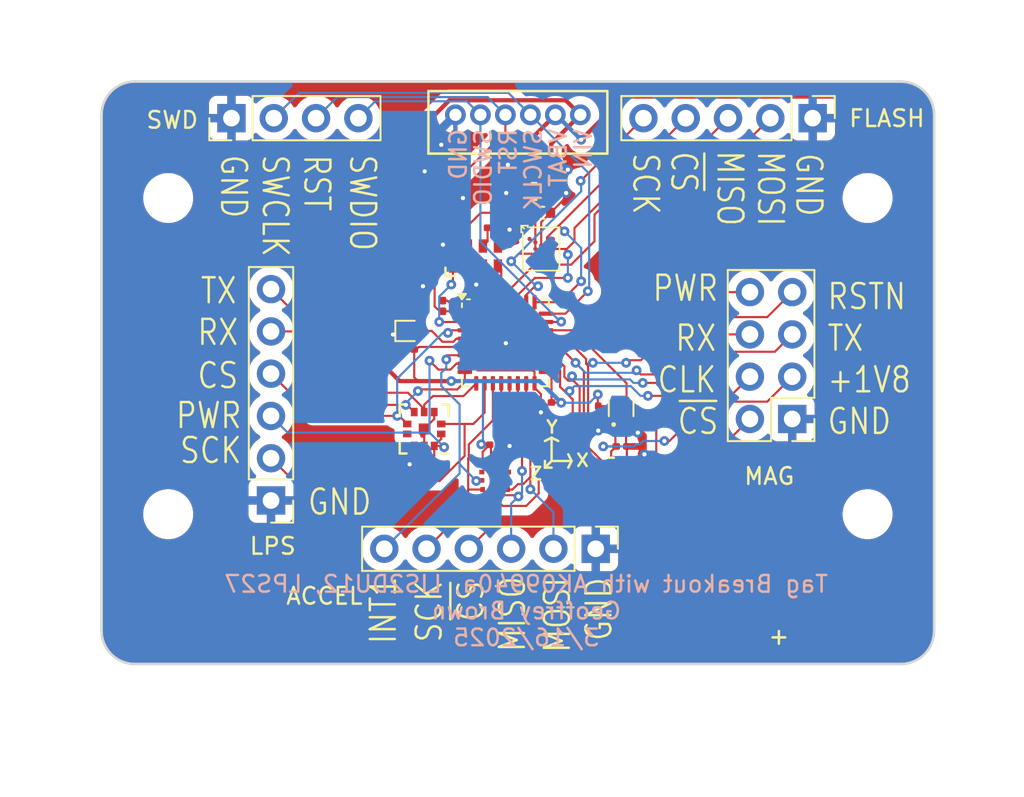
<source format=kicad_pcb>
(kicad_pcb (version 20240108) (generator "pcbnew") (generator_version "8.0")
  (layers (0 "F.Cu" signal) (31 "B.Cu" signal) (34 "B.Paste" user) (35 "F.Paste" user) (36 "B.SilkS" user "B.Silkscreen") (37 "F.SilkS" user "F.Silkscreen") (38 "B.Mask" user) (39 "F.Mask" user) (44 "Edge.Cuts" user))
  (net 0 "")
  (net 1 "GND")
  (net 2 "+2V5")
  (net 3 "SWDIO")
  (net 4 "SWCLK")
  (net 5 "Net-(Q501-C)")
  (net 6 "/VBAT")
  (net 7 "/clkout")
  (net 8 "/RST")
  (net 9 "Net-(U501-VBACK)")
  (net 10 "/AT25_MISO")
  (net 11 "/AT25_nCS")
  (net 12 "/AT25_MOSI")
  (net 13 "/AT25_SCK")
  (net 19 "/LPS_PWR")
  (net 21 "+1V8")
  (net 22 "/RTC_SDA")
  (net 23 "/RTC_SCL")
  (net 26 "/LIS_MOSI")
  (net 27 "/LIS_MISO")
  (net 28 "/LIS_CS")
  (net 29 "/LIS_SCK")
  (net 30 "/LIS_INT1")
  (net 31 "/LPS_SCK")
  (net 32 "/LPS_RX")
  (net 33 "/LPS_TX")
  (net 34 "/AK_USART1_CK")
  (net 35 "/LPS_CS")
  (net 36 "/AK_USART1_RX")
  (net 37 "/AK_USART1_TX")
  (net 38 "/AK_PWR")
  (net 39 "/AK_CS")
  (net 41 "/AK_RSTN")
  (footprint "library:MS621" (layer "F.Cu") (at 138.6 118.1 -90)
    (property "Reference" "J401" (hide yes))
    (property "Value" "CONN_01X02" (hide yes))
  )
  (footprint "Capacitor_SMD:C_0402_1005Metric" (layer "F.Cu") (at 126.48 92.885)
    (property "Reference" "C404" (hide yes))
    (property "Value" "22uf")
  )
  (footprint "library:RV-8803-C7" (layer "F.Cu") (at 122.45 95.485 90)
    (property "Reference" "U501" (hide yes))
    (property "Value" "RV-3028-C7" (hide yes))
  )
  (footprint "Resistor_SMD:R_0201_0603Metric" (layer "F.Cu") (at 123.5 93.785)
    (property "Reference" "R1" (hide yes))
    (property "Value" "10k")
  )
  (footprint "Capacitor_SMD:C_0201_0603Metric" (layer "F.Cu") (at 118.455 101.1 180)
    (property "Reference" "C501" (hide yes))
    (property "Value" "0.1uf")
  )
  (footprint "Capacitor_SMD:C_0201_0603Metric" (layer "F.Cu") (at 121.555 93.785 180)
    (property "Reference" "C503" (hide yes))
    (property "Value" "0.1uf")
  )
  (footprint "Diode_SMD:D_0402_1005Metric" (layer "F.Cu") (at 126.515 90.2 180)
    (property "Reference" "D401" (hide yes))
    (property "Value" "D")
  )
  (footprint "library:adesto_wlcsp12" (layer "F.Cu") (at 126.4 95.06)
    (property "Reference" "U1" (hide yes))
    (property "Value" "at25xe321D-UUN" (hide yes))
  )
  (footprint "Capacitor_SMD:C_0201_0603Metric" (layer "F.Cu") (at 119.2 98.485 90)
    (property "Reference" "C502" (hide yes))
    (property "Value" "0.1uf")
  )
  (footprint "Package_DFN_QFN:QFN-32-1EP_5x5mm_P0.5mm_EP3.45x3.45mm" (layer "F.Cu") (at 124.25 100.6975)
    (property "Reference" "U302" (hide yes))
    (property "Value" "stm32l431kc")
  )
  (footprint "Package_TO_SOT_SMD:SOT-883" (layer "F.Cu") (at 118.45 99.985)
    (property "Reference" "Q501" (hide yes))
    (property "Value" "Q_NPN_BEC")
  )
  (footprint "Capacitor_SMD:C_0201_0603Metric" (layer "F.Cu") (at 126.7 104.285 180)
    (property "Reference" "C2" (hide yes))
    (property "Value" "0.1uf")
  )
  (footprint "Capacitor_SMD:C_0201_0603Metric" (layer "F.Cu") (at 120.5 98.485 90)
    (property "Reference" "C101" (hide yes))
    (property "Value" "1uf")
  )
  (footprint "Connector_PinHeader_2.54mm:PinHeader_1x06_P2.54mm_Vertical" (layer "F.Cu") (at 129.675 113.075 -90)
    (property "Reference" "J4" (hide yes))
    (property "Value" "Conn_01x06")
  )
  (footprint "library:CONN_B6B-ZR_JST" (layer "F.Cu") (at 121.25 87)
    (property "Reference" "J1" (hide yes))
    (property "Value" "Conn_01x06")
  )
  (footprint "Capacitor_SMD:C_0201_0603Metric" (layer "F.Cu") (at 129.825 104.825 -90)
    (property "Reference" "C8" (hide yes))
    (property "Value" "1uf")
  )
  (footprint "MountingHole:MountingHole_2.5mm" (layer "F.Cu") (at 104 111)
    (property "Reference" "H2" (hide yes))
    (property "Value" "MountingHole")
  )
  (footprint "Capacitor_SMD:C_0201_0603Metric" (layer "F.Cu") (at 131.225 106.925)
    (property "Reference" "C5" (hide yes))
    (property "Value" "0.1uf")
  )
  (footprint "Connector_PinHeader_2.54mm:PinHeader_1x04_P2.54mm_Vertical" (layer "F.Cu") (at 107.8 87.2 90)
    (property "Reference" "J3" (hide yes))
    (property "Value" "Conn_01x04")
  )
  (footprint "Capacitor_SMD:C_0201_0603Metric" (layer "F.Cu") (at 131.175 106.075)
    (property "Reference" "C9" (hide yes))
    (property "Value" "1uf")
  )
  (footprint "MountingHole:MountingHole_2.5mm" (layer "F.Cu") (at 146 92)
    (property "Reference" "H3" (hide yes))
    (property "Value" "MountingHole")
  )
  (footprint "MountingHole:MountingHole_2.5mm" (layer "F.Cu") (at 104 92)
    (property "Reference" "H1" (hide yes))
    (property "Value" "MountingHole")
  )
  (footprint "MountingHole:MountingHole_2.5mm" (layer "F.Cu") (at 146 111)
    (property "Reference" "H4" (hide yes))
    (property "Value" "MountingHole")
  )
  (footprint "Capacitor_SMD:C_0201_0603Metric" (layer "F.Cu") (at 119.575 108.025 180)
    (property "Reference" "C6" (hide yes))
    (property "Value" "0.1uf")
  )
  (footprint "library:LPS27HHWTR" (layer "F.Cu") (at 119.3764 105.8764 180)
    (property "Reference" "U3" (hide yes))
    (property "Value" "LPS27HHWTR" (hide yes))
  )
  (footprint "Connector_PinHeader_2.54mm:PinHeader_2x04_P2.54mm_Vertical" (layer "F.Cu") (at 141.475 105.275 180)
    (property "Reference" "J6" (hide yes))
    (property "Value" "Conn_02x04_Counter_Clockwise")
  )
  (footprint "Package_SON:Texas_X2SON-4_1x1mm_P0.65mm" (layer "F.Cu") (at 131.2 104.609643 90)
    (property "Reference" "U5" (hide yes))
    (property "Value" "TPS7A2018PDQN")
  )
  (footprint "Capacitor_SMD:C_0603_1608Metric" (layer "F.Cu") (at 125.975 91.6 180)
    (property "Reference" "C4" (hide yes))
    (property "Value" "47uf")
  )
  (footprint "library:LGA-12L_LIS2DU12_STM" (layer "F.Cu") (at 123.6343 108.7157 90)
    (property "Reference" "U2" (hide yes))
    (property "Value" "LIS2DU12TR")
  )
  (footprint "library:AK09940a" (layer "F.Cu") (at 130.8184 108.5684 180)
    (property "Reference" "U4" (hide yes))
    (property "Value" "AK09940A")
  )
  (footprint "Capacitor_SMD:C_0201_0603Metric" (layer "F.Cu") (at 123.625 106.825)
    (property "Reference" "C1" (hide yes))
    (property "Value" "0.1uf")
  )
  (footprint "Connector_PinHeader_2.54mm:PinHeader_1x05_P2.54mm_Vertical" (layer "F.Cu") (at 142.7 87.2 -90)
    (property "Reference" "J2" (hide yes))
    (property "Value" "Conn_01x04")
  )
  (footprint "Capacitor_SMD:C_0201_0603Metric" (layer "F.Cu") (at 132.725 108.475 90)
    (property "Reference" "C7" (hide yes))
    (property "Value" "0.1uf")
  )
  (footprint "Connector_PinHeader_2.54mm:PinHeader_1x06_P2.54mm_Vertical" (layer "F.Cu") (at 110.175 110.175 180)
    (property "Reference" "J5" (hide yes))
    (property "Value" "Conn_01x06")
  )
  (gr_line (start 127.025 106.4) (end 127.425 106.6) (stroke (width 0.15)) (layer "F.SilkS"))
  (gr_line (start 126.625 108.2) (end 127.025 108.2) (stroke (width 0.15)) (layer "F.SilkS"))
  (gr_line (start 126.625 106.6) (end 127.025 106.4) (stroke (width 0.15)) (layer "F.SilkS"))
  (gr_line (start 126.625 108.2) (end 126.625 107.8) (stroke (width 0.15)) (layer "F.SilkS"))
  (gr_line (start 127.025 107.8) (end 128.225 107.8) (stroke (width 0.15)) (layer "F.SilkS"))
  (gr_line (start 127.025 107.8) (end 126.625 108.2) (stroke (width 0.15)) (layer "F.SilkS"))
  (gr_line (start 128.025 107.4) (end 128.225 107.8) (stroke (width 0.15)) (layer "F.SilkS"))
  (gr_line (start 127.025 107.8) (end 127.025 106.4) (stroke (width 0.15)) (layer "F.SilkS"))
  (gr_line (start 128.225 107.8) (end 128.025 108.2) (stroke (width 0.15)) (layer "F.SilkS"))
  (gr_arc (start 102 120) (mid 100.585786 119.414214) (end 100 118) (stroke (width 0.15)) (layer "Edge.Cuts"))
  (gr_line (start 100 118) (end 100 87) (stroke (width 0.15)) (layer "Edge.Cuts"))
  (gr_line (start 148 120) (end 102 120) (stroke (width 0.15)) (layer "Edge.Cuts"))
  (gr_line (start 102 85) (end 148 85) (stroke (width 0.15)) (layer "Edge.Cuts"))
  (gr_arc (start 100 87) (mid 100.585786 85.585786) (end 102 85) (stroke (width 0.15)) (layer "Edge.Cuts"))
  (gr_line (start 150 87) (end 150 118) (stroke (width 0.15)) (layer "Edge.Cuts"))
  (gr_arc (start 148 85) (mid 149.414214 85.585786) (end 150 87) (stroke (width 0.15)) (layer "Edge.Cuts"))
  (gr_arc (start 150 118) (mid 149.414214 119.414214) (end 148 120) (stroke (width 0.15)) (layer "Edge.Cuts"))
  (gr_text "SWDIO" (at 123.5 87.75 90) (layer "B.SilkS") (effects (font (size 1 1)) (justify left bottom mirror)))
  (gr_text "VIN" (at 129.5 87.75 90) (layer "B.SilkS") (effects (font (size 1 1)) (justify left bottom mirror)))
  (gr_text "SWCLK" (at 126.5 87.75 90) (layer "B.SilkS") (effects (font (size 1 1)) (justify left bottom mirror)))
  (gr_text "VBAT" (at 128 87.75 90) (layer "B.SilkS") (effects (font (size 1 1)) (justify left bottom mirror)))
  (gr_text "GND" (at 122 87.75 90) (layer "B.SilkS") (effects (font (size 1 1)) (justify left bottom mirror)))
  (gr_text "Tag Breakout with AK09940a, LIS2DU12, LPS27\nGeoffrey Brown\n3/16/2025" (at 125.5 119 0) (layer "B.SilkS") (effects (font (size 1 1)) (justify bottom mirror)))
  (gr_text "RST" (at 125 87.75 90) (layer "B.SilkS") (effects (font (size 1 1)) (justify left bottom mirror)))
  (gr_text "SWDIO" (at 114.8 89.3 270) (layer "F.SilkS") (effects (font (size 1.5 1.25)) (justify left bottom)))
  (gr_text "TX" (at 108.2 98.45 0) (layer "F.SilkS") (effects (font (size 1.5 1.25)) (justify right bottom)))
  (gr_text "RX" (at 137 101.3 0) (layer "F.SilkS") (effects (font (size 1.5 1.25)) (justify right bottom)))
  (gr_text "GND" (at 141.6 89.2 270) (layer "F.SilkS") (effects (font (size 1.5 1.25)) (justify left bottom)))
  (gr_text "X" (at 128.425 108.2 0) (layer "F.SilkS") (effects (font (size 0.75 0.75)) (justify left bottom)))
  (gr_text "PWR" (at 133 98.3 0) (layer "F.SilkS") (effects (font (size 1.5 1.25)) (justify left bottom)))
  (gr_text "SCK" (at 120.55 114.9 90) (layer "F.SilkS") (effects (font (size 1.5 1.25)) (justify right bottom)))
  (gr_text "MOSI" (at 139.2936 89.0778 270) (layer "F.SilkS") (effects (font (size 1.5 1.25)) (justify left bottom)))
  (gr_text "SCK" (at 108.5 108.05 0) (layer "F.SilkS") (effects (font (size 1.5 1.25)) (justify right bottom)))
  (gr_text "RX" (at 108.3 100.95 0) (layer "F.SilkS") (effects (font (size 1.5 1.25)) (justify right bottom)))
  (gr_text "CS" (at 108.3 103.55 0) (layer "F.SilkS") (effects (font (size 1.5 1.25)) (justify right bottom)))
  (gr_text "MAG" (at 138.5 109.3 0) (layer "F.SilkS") (effects (font (size 1 1)) (justify left bottom)))
  (gr_text "CLK" (at 137 103.8 0) (layer "F.SilkS") (effects (font (size 1.5 1.25)) (justify right bottom)))
  (gr_text "SCK" (at 131.8 89.2 270) (layer "F.SilkS") (effects (font (size 1.5 1.25)) (justify left bottom)))
  (gr_text "~{CS}" (at 134.0866 89.1032 270) (layer "F.SilkS") (effects (font (size 1.5 1.25)) (justify left bottom)))
  (gr_text "~{CS}" (at 123.05 114.9 90) (layer "F.SilkS") (effects (font (size 1.5 1.25)) (justify right bottom)))
  (gr_text "Y" (at 126.625 106.2 0) (layer "F.SilkS") (effects (font (size 0.75 0.75)) (justify left bottom)))
  (gr_text "MISO" (at 125.55 114.65 90) (layer "F.SilkS") (effects (font (size 1.5 1.25)) (justify right bottom)))
  (gr_text "+1V8" (at 143.5 103.8 0) (layer "F.SilkS") (effects (font (size 1.5 1.25)) (justify left bottom)))
  (gr_text "GND" (at 143.5 106.3 0) (layer "F.SilkS") (effects (font (size 1.5 1.25)) (justify left bottom)))
  (gr_text "GND" (at 107.05 89.3 -90) (layer "F.SilkS") (effects (font (size 1.5 1.25)) (justify left bottom)))
  (gr_text "SWD" (at 102.6 87.9 0) (layer "F.SilkS") (effects (font (size 1 1)) (justify left bottom)))
  (gr_text "MOSI" (at 128.25 114.7 90) (layer "F.SilkS") (effects (font (size 1.5 1.25)) (justify right bottom)))
  (gr_text "TX" (at 143.5 101.3 0) (layer "F.SilkS") (effects (font (size 1.5 1.25)) (justify left bottom)))
  (gr_text "MISO" (at 136.8552 89.0524 270) (layer "F.SilkS") (effects (font (size 1.5 1.25)) (justify left bottom)))
  (gr_text "FLASH" (at 144.8 87.8 0) (layer "F.SilkS") (effects (font (size 1 1)) (justify left bottom)))
  (gr_text "Z" (at 125.625 109 0) (layer "F.SilkS") (effects (font (size 0.75 0.75)) (justify left bottom)))
  (gr_text "SWCLK" (at 109.55 89.3 270) (layer "F.SilkS") (effects (font (size 1.5 1.25)) (justify left bottom)))
  (gr_text "GND" (at 116.3 111.15 0) (layer "F.SilkS") (effects (font (size 1.5 1.25)) (justify right bottom)))
  (gr_text "GND" (at 130.75 114.7 90) (layer "F.SilkS") (effects (font (size 1.5 1.25)) (justify right bottom)))
  (gr_text "PWR" (at 108.5 105.95 0) (layer "F.SilkS") (effects (font (size 1.5 1.25)) (justify right bottom)))
  (gr_text "ACCEL" (at 111 116.5 0) (layer "F.SilkS") (effects (font (size 1 1)) (justify left bottom)))
  (gr_text "RST" (at 112.05 89.3 270) (layer "F.SilkS") (effects (font (size 1.5 1.25)) (justify left bottom)))
  (gr_text "RSTN" (at 143.5 98.8 0) (layer "F.SilkS") (effects (font (size 1.5 1.25)) (justify left bottom)))
  (gr_text "LPS" (at 108.8 113.5 0) (layer "F.SilkS") (effects (font (size 1 1)) (justify left bottom)))
  (gr_text "INT1" (at 117.8 114.65 90) (layer "F.SilkS") (effects (font (size 1.5 1.25)) (justify right bottom)))
  (gr_text "~{CS}" (at 134.5 106.3 0) (layer "F.SilkS") (effects (font (size 1.5 1.25)) (justify left bottom)))
  (segment (start 118.135 100.835) (end 117.5 100.2) (width 0.127) (layer "F.Cu") (net 1))
  (segment (start 122.5 98.26) (end 123 98.26) (width 0.127) (layer "F.Cu") (net 1))
  (segment (start 123 101.4) (end 123.2 101.4) (width 0.127) (layer "F.Cu") (net 1))
  (segment (start 132.175 106.075) (end 132.2 106.1) (width 0.127) (layer "F.Cu") (net 1))
  (segment (start 126.4 94.86) (end 126.4 93.445) (width 0.127) (layer "F.Cu") (net 1))
  (segment (start 118.525 108.025) (end 118.5 108) (width 0.127) (layer "F.Cu") (net 1))
  (segment (start 131.4184 108.3684) (end 132.5116 108.3684) (width 0.127) (layer "F.Cu") (net 1))
  (segment (start 126.4 93.445) (end 126.96 92.885) (width 0.127) (layer "F.Cu") (net 1))
  (segment (start 131.525 106.045) (end 131.495 106.075) (width 0.127) (layer "F.Cu") (net 1))
  (segment (start 121.235 94.75) (end 121.1 94.885) (width 0.127) (layer "F.Cu") (net 1))
  (segment (start 119.3764 105.8764) (end 119.3764 106.8924) (width 0.127) (layer "F.Cu") (net 1))
  (segment (start 124.384301 107.9156) (end 123.8843 107.9156) (width 0.127) (layer "F.Cu") (net 1))
  (segment (start 131.525 105.039643) (end 131.525 106.045) (width 0.127) (layer "F.Cu") (net 1))
  (segment (start 131.545 107.8418) (end 131.4184 107.9684) (width 0.127) (layer "F.Cu") (net 1))
  (segment (start 132.5116 108.3684) (end 132.725 108.155) (width 0.127) (layer "F.Cu") (net 1))
  (segment (start 126.38 104.285) (end 126.38 104.88) (width 0.127) (layer "F.Cu") (net 1))
  (segment (start 126 102.4475) (end 125.22625 101.67375) (width 0.127) (layer "F.Cu") (net 1))
  (segment (start 126.96 92.885) (end 127.9 91.945) (width 0.127) (layer "F.Cu") (net 1))
  (segment (start 124.25 100.6975) (end 123.7025 100.6975) (width 0.127) (layer "F.Cu") (net 1))
  (segment (start 132.5384 107.9684) (end 132.725 108.155) (width 0.127) (layer "F.Cu") (net 1))
  (segment (start 122.5 98.26) (end 122.5 97.2) (width 0.127) (layer "F.Cu") (net 1))
  (segment (start 126 103.135) (end 126 103.4) (width 0.127) (layer "F.Cu") (net 1))
  (segment (start 118.776401 107.546401) (end 119.255 108.025) (width 0.127) (layer "F.Cu") (net 1))
  (segment (start 131.2 104.609643) (end 131.2 104.714643) (width 0.127) (layer "F.Cu") (net 1))
  (segment (start 123.945 106.825) (end 124.425 106.825) (width 0.127) (layer "F.Cu") (net 1))
  (segment (start 119.2 98.165) (end 119.2 97.4) (width 0.127) (layer "F.Cu") (net 1))
  (segment (start 129.825 105.145) (end 129.825 105.975) (width 0.127) (layer "F.Cu") (net 1))
  (segment (start 123.2 101.4) (end 123.87625 100.72375) (width 0.127) (layer "F.Cu") (net 1))
  (segment (start 131.2 104.714643) (end 131.525 105.039643) (width 0.127) (layer "F.Cu") (net 1))
  (segment (start 129.8 106) (end 129.825 105.975) (width 0.127) (layer "F.Cu") (net 1))
  (segment (start 120.86 98.26) (end 122.5 98.26) (width 0.127) (layer "F.Cu") (net 1))
  (segment (start 126 103.4) (end 126.38 103.78) (width 0.127) (layer "F.Cu") (net 1))
  (segment (start 123.82 94.865) (end 123.8 94.885) (width 0.127) (layer "F.Cu") (net 1))
  (segment (start 127.9 91.945) (end 127.9 91.7) (width 0.127) (layer "F.Cu") (net 1))
  (segment (start 121.25 87.95) (end 120.4 88.8) (width 0.254) (layer "F.Cu") (net 1))
  (segment (start 121.1 94.885) (end 120.585 94.885) (width 0.127) (layer "F.Cu") (net 1))
  (segment (start 123 99.4475) (end 123 98.26) (width 0.127) (layer "F.Cu") (net 1))
  (segment (start 119.2 97.4) (end 119.3 97.3) (width 0.127) (layer "F.Cu") (net 1))
  (segment (start 119.976399 104.8604) (end 119.976399 105.276401) (width 0.127) (layer "F.Cu") (net 1))
  (segment (start 131.545 106.925) (end 131.545 107.8418) (width 0.127) (layer "F.Cu") (net 1))
  (segment (start 118.776401 106.8924) (end 119.3764 106.8924) (width 0.127) (layer "F.Cu") (net 1))
  (segment (start 126 103.135) (end 126 102.4475) (width 0.127) (layer "F.Cu") (net 1))
  (segment (start 125.22625 101.67375) (end 124.27625 100.72375) (width 0.127) (layer "F.Cu") (net 1))
  (segment (start 131.495 106.075) (end 132.175 106.075) (width 0.127) (layer "F.Cu") (net 1))
  (segment (start 120.585 94.885) (end 120.5 94.8) (width 0.127) (layer "F.Cu") (net 1))
  (segment (start 131.4184 107.9684) (end 132.5384 107.9684) (width 0.127) (layer "F.Cu") (net 1))
  (segment (start 132.725 107.525) (end 132.6 107.4) (width 0.127) (layer "F.Cu") (net 1))
  (segment (start 124.384301 108.415601) (end 124.4344 108.4657) (width 0.127) (layer "F.Cu") (net 1))
  (segment (start 131.545 106.925) (end 132.125 106.925) (width 0.127) (layer "F.Cu") (net 1))
  (segment (start 125.5 99.7) (end 125.2475 99.7) (width 0.127) (layer "F.Cu") (net 1))
  (segment (start 119.255 108.025) (end 118.525 108.025) (width 0.127) (layer "F.Cu") (net 1))
  (segment (start 121.25 87) (end 121.25 87.95) (width 0.254) (layer "F.Cu") (net 1))
  (segment (start 119.976399 105.276401) (end 119.3764 105.8764) (width 0.127) (layer "F.Cu") (net 1))
  (segment (start 118.135 101.1) (end 118.135 100.835) (width 0.127) (layer "F.Cu") (net 1))
  (segment (start 120.5 98.165) (end 120.765 98.165) (width 0.127) (layer "F.Cu") (net 1))
  (segment (start 124.25 100.6975) (end 123 99.4475) (width 0.127) (layer "F.Cu") (net 1))
  (segment (start 124.25 100.6975) (end 125.22625 101.67375) (width 0.127) (layer "F.Cu") (net 1))
  (segment (start 123.82 93.785) (end 124.385 93.785) (width 0.127) (layer "F.Cu") (net 1))
  (segment (start 126.38 103.78) (end 126.38 104.285) (width 0.127) (layer "F.Cu") (net 1))
  (segment (start 123.945 107.8549) (end 123.8843 107.9156) (width 0.127) (layer "F.Cu") (net 1))
  (segment (start 123.945 106.825) (end 123.945 107.8549) (width 0.127) (layer "F.Cu") (net 1))
  (segment (start 123.82 93.785) (end 123.82 94.865) (width 0.127) (layer "F.Cu") (net 1))
  (segment (start 124.385 93.785) (end 124.5 93.9) (width 0.127) (layer "F.Cu") (net 1))
  (segment (start 118.776401 106.8924) (end 118.776401 107.546401) (width 0.127) (layer "F.Cu") (net 1))
  (segment (start 132.125 106.925) (end 132.6 107.4) (width 0.127) (layer "F.Cu") (net 1))
  (segment (start 131.0184 107.9684) (end 131.4184 107.9684) (width 0.127) (layer "F.Cu") (net 1))
  (segment (start 126.4 104.9) (end 126.38 104.88) (width 0.127) (layer "F.Cu") (net 1))
  (segment (start 131.495 106.075) (end 131.495 106.875) (width 0.127) (layer "F.Cu") (net 1))
  (segment (start 117.51 100.21) (end 117.5 100.2) (width 0.127) (layer "F.Cu") (net 1))
  (segment (start 120.765 98.165) (end 120.86 98.26) (width 0.127) (layer "F.Cu") (net 1))
  (segment (start 124.384301 107.9156) (end 124.384301 108.415601) (width 0.127) (layer "F.Cu") (net 1))
  (segment (start 125.2 91.6) (end 124.4 91.6) (width 0.127) (layer "F.Cu") (net 1))
  (segment (start 123.7025 100.6975) (end 123 101.4) (width 0.127) (layer "F.Cu") (net 1))
  (segment (start 132.725 108.155) (end 132.725 107.525) (width 0.127) (layer "F.Cu") (net 1))
  (segment (start 124.425 106.825) (end 124.5 106.9) (width 0.127) (layer "F.Cu") (net 1))
  (segment (start 131.495 106.875) (end 131.545 106.925) (width 0.127) (layer "F.Cu") (net 1))
  (segment (start 125.2475 99.7) (end 124.25 100.6975) (width 0.127) (layer "F.Cu") (net 1))
  (segment (start 122.5 98.9475) (end 124.25 100.6975) (width 0.127) (layer "F.Cu") (net 1))
  (segment (start 124.4 91.6) (end 124.3 91.7) (width 0.127) (layer "F.Cu") (net 1))
  (segment (start 122.5 98.26) (end 122.5 98.9475) (width 0.127) (layer "F.Cu") (net 1))
  (segment (start 121.235 93.785) (end 121.235 94.75) (width 0.127) (layer "F.Cu") (net 1))
  (segment (start 123.87625 100.72375) (end 124.27625 100.72375) (width 0.127) (layer "F.Cu") (net 1))
  (segment (start 118.1 100.21) (end 117.51 100.21) (width 0.127) (layer "F.Cu") (net 1))
  (via (at 118.5 108) (size 0.5842) (drill 0.254) (layers "F.Cu" "B.Cu") (net 1))
  (via (at 128 90.3) (size 0.5842) (drill 0.254) (layers "F.Cu" "B.Cu") (net 1))
  (via (at 127.9 91.7) (size 0.5842) (drill 0.254) (layers "F.Cu" "B.Cu") (net 1))
  (via (at 124.3 91.7) (size 0.5842) (drill 0.254) (layers "F.Cu" "B.Cu") (net 1))
  (via (at 129.825 105.975) (size 0.5842) (drill 0.254) (layers "F.Cu" "B.Cu") (net 1))
  (via (at 132.2 106.1) (size 0.5842) (drill 0.254) (layers "F.Cu" "B.Cu") (net 1))
  (via (at 124.5 106.9) (size 0.5842) (drill 0.254) (layers "F.Cu" "B.Cu") (net 1))
  (via (at 124.27625 100.72375) (size 0.5842) (drill 0.254) (layers "F.Cu" "B.Cu") (net 1))
  (via (at 117.5 100.2) (size 0.5842) (drill 0.254) (layers "F.Cu" "B.Cu") (net 1))
  (via (at 126.38 104.88) (size 0.5842) (drill 0.254) (layers "F.Cu" "B.Cu") (net 1))
  (via (at 121.7 92) (size 0.5842) (drill 0.254) (layers "F.Cu" "B.Cu") (net 1))
  (via (at 119.3 97.3) (size 0.5842) (drill 0.254) (layers "F.Cu" "B.Cu") (net 1))
  (via (at 120.4 88.8) (size 0.5842) (drill 0.254) (layers "F.Cu" "B.Cu") (net 1))
  (via (at 132.6 107.4) (size 0.5842) (drill 0.254) (layers "F.Cu" "B.Cu") (net 1))
  (via (at 122.5 97.2) (size 0.5842) (drill 0.254) (layers "F.Cu" "B.Cu") (net 1))
  (via (at 124.4 90) (size 0.5842) (drill 0.254) (layers "F.Cu" "B.Cu") (net 1))
  (via (at 120.5 94.8) (size 0.5842) (drill 0.254) (layers "F.Cu" "B.Cu") (net 1))
  (via (at 124.5 93.9) (size 0.5842) (drill 0.254) (layers "F.Cu" "B.Cu") (net 1))
  (via (at 119.4 90.4) (size 0.5842) (drill 0.254) (layers "F.Cu" "B.Cu") (net 1))
  (segment (start 121.25 88.55) (end 121.2 88.6) (width 0.254) (layer "B.Cu") (net 1))
  (segment (start 121.25 88.55) (end 121.25 87) (width 0.254) (layer "B.Cu") (net 1))
  (segment (start 127.8737 86.1237) (end 120.887024 86.1237) (width 0.254) (layer "F.Cu") (net 2))
  (segment (start 122 93.91) (end 121.875 93.785) (width 0.127) (layer "F.Cu") (net 2))
  (segment (start 126.75 92.135) (end 126 92.885) (width 0.254) (layer "F.Cu") (net 2))
  (segment (start 116.76 101.86) (end 117.9 103) (width 0.254) (layer "F.Cu") (net 2))
  (segment (start 129.8 104.48) (end 129.825 104.505) (width 0.127) (layer "F.Cu") (net 2))
  (segment (start 127 91.35) (end 126.75 91.6) (width 0.254) (layer "F.Cu") (net 2))
  (segment (start 121.875 93.585001) (end 121.389999 93.1) (width 0.127) (layer "F.Cu") (net 2))
  (segment (start 120.887024 86.1237) (end 117.5 89.510724) (width 0.254) (layer "F.Cu") (net 2))
  (segment (start 126.05 92.935) (end 126 92.885) (width 0.127) (layer "F.Cu") (net 2))
  (segment (start 126.05 94.66) (end 126.05 92.935) (width 0.127) (layer "F.Cu") (net 2))
  (segment (start 118.775 102.775) (end 119 103) (width 0.127) (layer "F.Cu") (net 2))
  (segment (start 118.9 101.1) (end 119.0525 100.9475) (width 0.127) (layer "F.Cu") (net 2))
  (segment (start 130.549643 104.505) (end 130.875 104.179643) (width 0.127) (layer "F.Cu") (net 2))
  (segment (start 122.884299 107.9156) (end 122.884299 107.245701) (width 0.127) (layer "F.Cu") (net 2))
  (segment (start 126.05 94.66) (end 126.05 95.06) (width 0.127) (layer "F.Cu") (net 2))
  (segment (start 118.775 101.1) (end 118.9 101.1) (width 0.127) (layer "F.Cu") (net 2))
  (segment (start 123.3843 107.9156) (end 123.3843 106.9043) (width 0.127) (layer "F.Cu") (net 2))
  (segment (start 127 90.2) (end 127 91.35) (width 0.254) (layer "F.Cu") (net 2))
  (segment (start 127 90.2) (end 127 88.75) (width 0.254) (layer "F.Cu") (net 2))
  (segment (start 127.02 104.285) (end 127.585 104.285) (width 0.127) (layer "F.Cu") (net 2))
  (segment (start 116.76 98.2) (end 116.76 101.86) (width 0.254) (layer "F.Cu") (net 2))
  (segment (start 119 103) (end 121 103) (width 0.254) (layer "F.Cu") (net 2))
  (segment (start 122.775 92.885) (end 121.875 93.785) (width 0.127) (layer "F.Cu") (net 2))
  (segment (start 126.75 91.6) (end 126.75 92.135) (width 0.254) (layer "F.Cu") (net 2))
  (segment (start 120.5 98.805) (end 121.67 98.805) (width 0.127) (layer "F.Cu") (net 2))
  (segment (start 120.5 93.1) (end 120 93.6) (width 0.127) (layer "F.Cu") (net 2))
  (segment (start 117.5 89.510724) (end 117.5 96.3) (width 0.254) (layer "F.Cu") (net 2))
  (segment (start 127.585 104.285) (end 127.6 104.3) (width 0.127) (layer "F.Cu") (net 2))
  (segment (start 116.76 97.04) (end 116.76 98.2) (width 0.254) (layer "F.Cu") (net 2))
  (segment (start 126.6875 102.4475) (end 127.02 102.78) (width 0.127) (layer "F.Cu") (net 2))
  (segment (start 128.75 87) (end 127.8737 86.1237) (width 0.254) (layer "F.Cu") (net 2))
  (segment (start 118.775 101.1) (end 118.775 102.775) (width 0.127) (layer "F.Cu") (net 2))
  (segment (start 129.825 104.505) (end 130.549643 104.505) (width 0.127) (layer "F.Cu") (net 2))
  (segment (start 126 92.885) (end 122.775 92.885) (width 0.127) (layer "F.Cu") (net 2))
  (segment (start 121.875 93.785) (end 121.875 93.585001) (width 0.127) (layer "F.Cu") (net 2))
  (segment (start 123.305 106.825) (end 122.825 106.825) (width 0.127) (layer "F.Cu") (net 2))
  (segment (start 117.5 96.3) (end 116.76 97.04) (width 0.254) (layer "F.Cu") (net 2))
  (segment (start 119.0525 100.9475) (end 121.8125 100.9475) (width 0.127) (layer "F.Cu") (net 2))
  (segment (start 127.02 102.78) (end 127.02 104.285) (width 0.127) (layer "F.Cu") (net 2))
  (segment (start 121.67 98.805) (end 121.8125 98.9475) (width 0.127) (layer "F.Cu") (net 2))
  (segment (start 121.389999 93.1) (end 120.5 93.1) (width 0.127) (layer "F.Cu") (net 2))
  (segment (start 122 94.885) (end 122 93.91) (width 0.127) (layer "F.Cu") (net 2))
  (segment (start 127 88.75) (end 128.75 87) (width 0.254) (layer "F.Cu") (net 2))
  (segment (start 122.884299 107.245701) (end 123.305 106.825) (width 0.127) (layer "F.Cu") (net 2))
  (segment (start 122.825 106.825) (end 122.8 106.8) (width 0.127) (layer "F.Cu") (net 2))
  (segment (start 120 93.6) (end 120 98.504999) (width 0.127) (layer "F.Cu") (net 2))
  (segment (start 120.300001 98.805) (end 120.5 98.805) (width 0.127) (layer "F.Cu") (net 2))
  (segment (start 120 98.504999) (end 120.300001 98.805) (width 0.127) (layer "F.Cu") (net 2))
  (segment (start 123.3843 106.9043) (end 123.305 106.825) (width 0.127) (layer "F.Cu") (net 2))
  (segment (start 129.8 103.8) (end 129.8 104.48) (width 0.127) (layer "F.Cu") (net 2))
  (segment (start 117.9 103) (end 119 103) (width 0.254) (layer "F.Cu") (net 2))
  (via (at 122.8 106.8) (size 0.5842) (drill 0.254) (layers "F.Cu" "B.Cu") (net 2))
  (via (at 127.6 104.3) (size 0.5842) (drill 0.254) (layers "F.Cu" "B.Cu") (net 2))
  (via (at 129.8 103.8) (size 0.5842) (drill 0.254) (layers "F.Cu" "B.Cu") (net 2))
  (via (at 121 103) (size 0.5842) (drill 0.254) (layers "F.Cu" "B.Cu") (net 2))
  (segment (start 126.3 103) (end 127.6 104.3) (width 0.254) (layer "B.Cu") (net 2))
  (segment (start 121 103) (end 122.9 103) (width 0.254) (layer "B.Cu") (net 2))
  (segment (start 122.9 103) (end 126.3 103) (width 0.254) (layer "B.Cu") (net 2))
  (segment (start 122.9 106.7) (end 122.9 103) (width 0.127) (layer "B.Cu") (net 2))
  (segment (start 122.8 106.8) (end 122.9 106.7) (width 0.127) (layer "B.Cu") (net 2))
  (segment (start 129.3 104.3) (end 129.8 103.8) (width 0.127) (layer "B.Cu") (net 2))
  (segment (start 127.6 104.3) (end 129.3 104.3) (width 0.127) (layer "B.Cu") (net 2))
  (segment (start 126.6875 99.4475) (end 127.5826 99.4475) (width 0.127) (layer "F.Cu") (net 3))
  (segment (start 127.5826 99.4475) (end 127.6 99.4301) (width 0.127) (layer "F.Cu") (net 3))
  (via (at 127.6 99.4301) (size 0.5842) (drill 0.254) (layers "F.Cu" "B.Cu") (net 3))
  (segment (start 122.75 94.6325) (end 127.5175 99.4) (width 0.127) (layer "B.Cu") (net 3))
  (segment (start 122.75 87) (end 121.9372 86.1872) (width 0.127) (layer "B.Cu") (net 3))
  (segment (start 127.6 99.4) (end 127.6 99.4301) (width 0.127) (layer "B.Cu") (net 3))
  (segment (start 127.5175 99.4) (end 127.6 99.4) (width 0.127) (layer "B.Cu") (net 3))
  (segment (start 121.9372 86.1872) (end 116.4328 86.1872) (width 0.127) (layer "B.Cu") (net 3))
  (segment (start 116.4328 86.1872) (end 115.42 87.2) (width 0.127) (layer "B.Cu") (net 3))
  (segment (start 122.75 87) (end 122.75 94.6325) (width 0.127) (layer "B.Cu") (net 3))
  (segment (start 126.6875 98.9475) (end 127.8525 98.9475) (width 0.127) (layer "F.Cu") (net 4))
  (segment (start 127.8525 98.9475) (end 129.2 97.6) (width 0.127) (layer "F.Cu") (net 4))
  (via (at 129.2 97.6) (size 0.5842) (drill 0.254) (layers "F.Cu" "B.Cu") (net 4))
  (segment (start 125.750001 87) (end 124.429201 85.6792) (width 0.127) (layer "B.Cu") (net 4))
  (segment (start 124.429201 85.6792) (end 111.8608 85.6792) (width 0.127) (layer "B.Cu") (net 4))
  (segment (start 129.2826 97.5174) (end 129.2826 90.532599) (width 0.127) (layer "B.Cu") (net 4))
  (segment (start 111.8608 85.6792) (end 110.34 87.2) (width 0.127) (layer "B.Cu") (net 4))
  (segment (start 129.2826 90.532599) (end 125.750001 87) (width 0.127) (layer "B.Cu") (net 4))
  (segment (start 118.8 99.205) (end 118.8 99.985) (width 0.127) (layer "F.Cu") (net 5))
  (segment (start 120.476709 100.6374) (end 121.123291 100.6374) (width 0.127) (layer "F.Cu") (net 5))
  (segment (start 121.313191 100.4475) (end 121.8125 100.4475) (width 0.127) (layer "F.Cu") (net 5))
  (segment (start 119.2 98.805) (end 118.8 99.205) (width 0.127) (layer "F.Cu") (net 5))
  (segment (start 118.8 99.985) (end 119.824309 99.985) (width 0.127) (layer "F.Cu") (net 5))
  (segment (start 121.123291 100.6374) (end 121.313191 100.4475) (width 0.127) (layer "F.Cu") (net 5))
  (segment (start 119.824309 99.985) (end 120.476709 100.6374) (width 0.127) (layer "F.Cu") (net 5))
  (segment (start 149 88.8) (end 146.1 85.9) (width 0.254) (layer "F.Cu") (net 6))
  (segment (start 145.6 117) (end 149 113.6) (width 0.254) (layer "F.Cu") (net 6))
  (segment (start 126.03 88.220001) (end 126.03 90.2) (width 0.254) (layer "F.Cu") (net 6))
  (segment (start 149 113.6) (end 149 88.8) (width 0.254) (layer "F.Cu") (net 6))
  (segment (start 146.1 85.9) (end 131.4 85.9) (width 0.254) (layer "F.Cu") (net 6))
  (segment (start 127.250001 87) (end 126.03 88.220001) (width 0.254) (layer "F.Cu") (net 6))
  (segment (start 131.4 85.9) (end 128.8 88.5) (width 0.254) (layer "F.Cu") (net 6))
  (segment (start 140.55 117) (end 145.6 117) (width 0.254) (layer "F.Cu") (net 6))
  (segment (start 139.45 118.1) (end 140.55 117) (width 0.254) (layer "F.Cu") (net 6))
  (via (at 128.8 88.5) (size 0.5842) (drill 0.254) (layers "F.Cu" "B.Cu") (net 6))
  (segment (start 127.250001 87) (end 127.3 87) (width 0.254) (layer "B.Cu") (net 6))
  (segment (start 127.3 87) (end 128.8 88.5) (width 0.254) (layer "B.Cu") (net 6))
  (segment (start 121.8125 99.4475) (end 120.278249 99.4475) (width 0.127) (layer "F.Cu") (net 7))
  (segment (start 121.1 97.1) (end 121 97.2) (width 0.127) (layer "F.Cu") (net 7))
  (segment (start 120.278249 99.4475) (end 120.277004 99.446255) (width 0.127) (layer "F.Cu") (net 7))
  (segment (start 121.1 96.085) (end 121.1 97.1) (width 0.127) (layer "F.Cu") (net 7))
  (via (at 120.277004 99.446255) (size 0.5842) (drill 0.254) (layers "F.Cu" "B.Cu") (net 7))
  (via (at 121 97.2) (size 0.5842) (drill 0.254) (layers "F.Cu" "B.Cu") (net 7))
  (segment (start 121 97.2) (end 120.277004 97.922996) (width 0.127) (layer "B.Cu") (net 7))
  (segment (start 120.277004 97.922996) (end 120.277004 99.446255) (width 0.127) (layer "B.Cu") (net 7))
  (segment (start 124.249999 87) (end 124.249999 88.023875) (width 0.127) (layer "F.Cu") (net 8))
  (segment (start 124.249999 88.023875) (end 120.273874 92) (width 0.127) (layer "F.Cu") (net 8))
  (segment (start 118.35 99.51) (end 118.1 99.76) (width 0.127) (layer "F.Cu") (net 8))
  (segment (start 119.8 92) (end 118.35 93.45) (width 0.127) (layer "F.Cu") (net 8))
  (segment (start 120.273874 92) (end 119.8 92) (width 0.127) (layer "F.Cu") (net 8))
  (segment (start 118.35 93.45) (end 118.35 99.51) (width 0.127) (layer "F.Cu") (net 8))
  (segment (start 114.1468 85.9332) (end 112.88 87.2) (width 0.127) (layer "B.Cu") (net 8))
  (segment (start 124.249999 87) (end 123.183199 85.9332) (width 0.127) (layer "B.Cu") (net 8))
  (segment (start 123.183199 85.9332) (end 114.1468 85.9332) (width 0.127) (layer "B.Cu") (net 8))
  (segment (start 123.18 93.785) (end 123.18 94.605) (width 0.127) (layer "F.Cu") (net 9))
  (segment (start 123.18 94.605) (end 122.9 94.885) (width 0.127) (layer "F.Cu") (net 9))
  (segment (start 128.4 93.8) (end 128.4 94.6) (width 0.127) (layer "F.Cu") (net 10))
  (segment (start 133.02 91.8) (end 130.4 91.8) (width 0.127) (layer "F.Cu") (net 10))
  (segment (start 125 97.822501) (end 126.022501 96.8) (width 0.127) (layer "F.Cu") (net 10))
  (segment (start 128 95.26) (end 127.8 95.06) (width 0.127) (layer "F.Cu") (net 10))
  (segment (start 137.62 87.2) (end 133.02 91.8) (width 0.127) (layer "F.Cu") (net 10))
  (segment (start 128.4 94.6) (end 127.94 95.06) (width 0.127) (layer "F.Cu") (net 10))
  (segment (start 127.8 95.06) (end 126.75 95.06) (width 0.127) (layer "F.Cu") (net 10))
  (segment (start 130.4 91.8) (end 128.4 93.8) (width 0.127) (layer "F.Cu") (net 10))
  (segment (start 127.94 95.06) (end 127.8 95.06) (width 0.127) (layer "F.Cu") (net 10))
  (segment (start 126.022501 96.8) (end 128 96.8) (width 0.127) (layer "F.Cu") (net 10))
  (segment (start 128 95.4) (end 128 95.26) (width 0.127) (layer "F.Cu") (net 10))
  (segment (start 125 98.26) (end 125 97.822501) (width 0.127) (layer "F.Cu") (net 10))
  (via (at 128 95.4) (size 0.5842) (drill 0.254) (layers "F.Cu" "B.Cu") (net 10))
  (via (at 128 96.8) (size 0.5842) (drill 0.254) (layers "F.Cu" "B.Cu") (net 10))
  (segment (start 128 96.8) (end 128 95.4) (width 0.127) (layer "B.Cu") (net 10))
  (segment (start 126.75 94.363815) (end 127.456907 93.656907) (width 0.127) (layer "F.Cu") (net 11))
  (segment (start 126.75 94.66) (end 126.75 94.363815) (width 0.127) (layer "F.Cu") (net 11))
  (segment (start 127.54 98.26) (end 128.8 97) (width 0.127) (layer "F.Cu") (net 11))
  (segment (start 126 98.26) (end 127.54 98.26) (width 0.127) (layer "F.Cu") (net 11))
  (segment (start 132.113815 89) (end 133.28 89) (width 0.127) (layer "F.Cu") (net 11))
  (segment (start 133.28 89) (end 135.08 87.2) (width 0.127) (layer "F.Cu") (net 11))
  (segment (start 127.8 94) (end 127.456907 93.656907) (width 0.127) (layer "F.Cu") (net 11))
  (segment (start 127.456907 93.656907) (end 132.113815 89) (width 0.127) (layer "F.Cu") (net 11))
  (via (at 127.8 94) (size 0.5842) (drill 0.254) (layers "F.Cu" "B.Cu") (net 11))
  (via (at 128.8 97) (size 0.5842) (drill 0.254) (layers "F.Cu" "B.Cu") (net 11))
  (segment (start 128.8 97) (end 128.8 95) (width 0.127) (layer "B.Cu") (net 11))
  (segment (start 128.8 95) (end 127.8 94) (width 0.127) (layer "B.Cu") (net 11))
  (segment (start 124.5 97.5) (end 126.4 95.6) (width 0.127) (layer "F.Cu") (net 12))
  (segment (start 135.306 92.054) (end 140.16 87.2) (width 0.127) (layer "F.Cu") (net 12))
  (segment (start 130.546 92.054) (end 135.306 92.054) (width 0.127) (layer "F.Cu") (net 12))
  (segment (start 126.8 96) (end 128.2 96) (width 0.127) (layer "F.Cu") (net 12))
  (segment (start 126.4 95.26) (end 126.4 95.6) (width 0.127) (layer "F.Cu") (net 12))
  (segment (start 129.6 94.6) (end 129.6 93) (width 0.127) (layer "F.Cu") (net 12))
  (segment (start 124.5 98.26) (end 124.5 97.5) (width 0.127) (layer "F.Cu") (net 12))
  (segment (start 126.4 95.6) (end 126.8 96) (width 0.127) (layer "F.Cu") (net 12))
  (segment (start 128.2 96) (end 129.6 94.6) (width 0.127) (layer "F.Cu") (net 12))
  (segment (start 129.6 93) (end 130.546 92.054) (width 0.127) (layer "F.Cu") (net 12))
  (segment (start 125.5 98.26) (end 125.5 97.822501) (width 0.127) (layer "F.Cu") (net 13))
  (segment (start 126.122501 97.2) (end 126.2 97.2) (width 0.127) (layer "F.Cu") (net 13))
  (segment (start 125.5 97.822501) (end 126.122501 97.2) (width 0.127) (layer "F.Cu") (net 13))
  (segment (start 126.2 97.2) (end 126.2 97.2826) (width 0.127) (layer "F.Cu") (net 13))
  (segment (start 128.77 90.97) (end 132.54 87.2) (width 0.127) (layer "F.Cu") (net 13))
  (segment (start 124.6 95.8) (end 125.0555 95.3445) (width 0.127) (layer "F.Cu") (net 13))
  (segment (start 125.946185 95.46) (end 126.05 95.46) (width 0.127) (layer "F.Cu") (net 13))
  (segment (start 126.2 97.2826) (end 126.211201 97.293801) (width 0.127) (layer "F.Cu") (net 13))
  (segment (start 125.0555 95.3445) (end 125.830685 95.3445) (width 0.127) (layer "F.Cu") (net 13))
  (segment (start 125.830685 95.3445) (end 125.946185 95.46) (width 0.127) (layer "F.Cu") (net 13))
  (via (at 126.211201 97.293801) (size 0.5842) (drill 0.254) (layers "F.Cu" "B.Cu") (net 13))
  (via (at 128.77 90.97) (size 0.5842) (drill 0.254) (layers "F.Cu" "B.Cu") (net 13))
  (via (at 124.6 95.8) (size 0.5842) (drill 0.254) (layers "F.Cu" "B.Cu") (net 13))
  (segment (start 128.8 91.6) (end 128.8 91) (width 0.127) (layer "B.Cu") (net 13))
  (segment (start 128.8 91) (end 128.77 90.97) (width 0.127) (layer "B.Cu") (net 13))
  (segment (start 126.211201 97.293801) (end 126.093801 97.293801) (width 0.127) (layer "B.Cu") (net 13))
  (segment (start 124.8 96) (end 124.6 95.8) (width 0.127) (layer "B.Cu") (net 13))
  (segment (start 126.093801 97.293801) (end 124.8 96) (width 0.127) (layer "B.Cu") (net 13))
  (segment (start 124.6 95.8) (end 128.8 91.6) (width 0.127) (layer "B.Cu") (net 13))
  (segment (start 120.952091 102.3086) (end 120.227454 102.3086) (width 0.127) (layer "F.Cu") (net 19))
  (segment (start 120.397399 106.4714) (end 119.976399 106.8924) (width 0.127) (layer "F.Cu") (net 19))
  (segment (start 120.4924 106.8924) (end 120.569654 106.969654) (width 0.127) (layer "F.Cu") (net 19))
  (segment (start 119.976399 106.8924) (end 120.4924 106.8924) (width 0.127) (layer "F.Cu") (net 19))
  (segment (start 120.227454 102.3086) (end 119.693226 101.774372) (width 0.127) (layer "F.Cu") (net 19))
  (segment (start 121.8125 101.9475) (end 121.313191 101.9475) (width 0.127) (layer "F.Cu") (net 19))
  (segment (start 120.397399 106.176399) (end 120.397399 106.4714) (width 0.127) (layer "F.Cu") (net 19))
  (segment (start 119.976399 106.8924) (end 119.976399 107.943601) (width 0.127) (layer "F.Cu") (net 19))
  (segment (start 119.976399 107.943601) (end 119.895 108.025) (width 0.127) (layer "F.Cu") (net 19))
  (segment (start 121.313191 101.9475) (end 120.952091 102.3086) (width 0.127) (layer "F.Cu") (net 19))
  (via (at 120.569654 106.969654) (size 0.5842) (drill 0.254) (layers "F.Cu" "B.Cu") (net 19))
  (via (at 119.693226 101.774372) (size 0.5842) (drill 0.254) (layers "F.Cu" "B.Cu") (net 19))
  (segment (start 111.173226 106.093226) (end 119.693226 106.093226) (width 0.127) (layer "B.Cu") (net 19))
  (segment (start 119.693226 101.774372) (end 119.693226 106.093226) (width 0.127) (layer "B.Cu") (net 19))
  (segment (start 110.175 105.095) (end 111.173226 106.093226) (width 0.127) (layer "B.Cu") (net 19))
  (segment (start 119.693226 106.093226) (end 120.569654 106.969654) (width 0.127) (layer "B.Cu") (net 19))
  (segment (start 130.875 106.055) (end 130.855 106.075) (width 0.127) (layer "F.Cu") (net 21))
  (segment (start 134.1 106.6) (end 136.4655 104.2345) (width 0.127) (layer "F.Cu") (net 21))
  (segment (start 130.1 106.9) (end 130.125 106.925) (width 0.127) (layer "F.Cu") (net 21))
  (segment (start 130.6 108.148444) (end 130.6 107.23) (width 0.127) (layer "F.Cu") (net 21))
  (segment (start 130.855 106.075) (end 130.855 106.875) (width 0.127) (layer "F.Cu") (net 21))
  (segment (start 130.875 105.039643) (end 130.875 106.055) (width 0.127) (layer "F.Cu") (net 21))
  (segment (start 139.9755 104.2345) (end 141.475 102.735) (width 0.127) (layer "F.Cu") (net 21))
  (segment (start 136.4655 104.2345) (end 139.9755 104.2345) (width 0.127) (layer "F.Cu") (net 21))
  (segment (start 130.6 107.23) (end 130.905 106.925) (width 0.127) (layer "F.Cu") (net 21))
  (segment (start 130.2184 108.3684) (end 130.380044 108.3684) (width 0.127) (layer "F.Cu") (net 21))
  (segment (start 130.380044 108.3684) (end 130.6 108.148444) (width 0.127) (layer "F.Cu") (net 21))
  (segment (start 133.8 106.6) (end 134.1 106.6) (width 0.127) (layer "F.Cu") (net 21))
  (segment (start 130.905 106.925) (end 130.125 106.925) (width 0.127) (layer "F.Cu") (net 21))
  (segment (start 130.855 106.875) (end 130.905 106.925) (width 0.127) (layer "F.Cu") (net 21))
  (via (at 133.8 106.6) (size 0.5842) (drill 0.254) (layers "F.Cu" "B.Cu") (net 21))
  (via (at 130.125 106.925) (size 0.5842) (drill 0.254) (layers "F.Cu" "B.Cu") (net 21))
  (segment (start 130.125 106.925) (end 131.975 106.925) (width 0.127) (layer "B.Cu") (net 21))
  (segment (start 132.3 106.8) (end 132.5 106.6) (width 0.127) (layer "B.Cu") (net 21))
  (segment (start 133.8 106.6) (end 132.5 106.6) (width 0.127) (layer "B.Cu") (net 21))
  (segment (start 131.975 106.925) (end 132.1 106.8) (width 0.127) (layer "B.Cu") (net 21))
  (segment (start 132.1 106.8) (end 132.3 106.8) (width 0.127) (layer "B.Cu") (net 21))
  (segment (start 123.8 96.085) (end 124 96.285) (width 0.127) (layer "F.Cu") (net 22))
  (segment (start 124 96.285) (end 124 98.26) (width 0.127) (layer "F.Cu") (net 22))
  (segment (start 122.9 96.085) (end 122.9 96.235) (width 0.127) (layer "F.Cu") (net 23))
  (segment (start 123.5 96.835) (end 123.5 98.26) (width 0.127) (layer "F.Cu") (net 23))
  (segment (start 122.9 96.235) (end 123.5 96.835) (width 0.127) (layer "F.Cu") (net 23))
  (segment (start 125.319291 109.1914) (end 124.997909 109.1914) (width 0.127) (layer "F.Cu") (net 26))
  (segment (start 124.673509 109.5158) (end 124.384301 109.5158) (width 0.127) (layer "F.Cu") (net 26))
  (segment (start 125.75 108.760691) (end 125.319291 109.1914) (width 0.127) (layer "F.Cu") (net 26))
  (segment (start 124.5 105.19362) (end 124.5 103.135) (width 0.127) (layer "F.Cu") (net 26))
  (segment (start 125.75 109.5) (end 125.75 108.75) (width 0.127) (layer "F.Cu") (net 26))
  (segment (start 124.997909 109.1914) (end 124.673509 109.5158) (width 0.127) (layer "F.Cu") (net 26))
  (segment (start 125.75 108.75) (end 125.75 108.760691) (width 0.127) (layer "F.Cu") (net 26))
  (segment (start 125.75 106.44362) (end 124.5 105.19362) (width 0.127) (layer "F.Cu") (net 26))
  (segment (start 125.75 108.75) (end 125.75 106.44362) (width 0.127) (layer "F.Cu") (net 26))
  (via (at 125.75 109.5) (size 0.5842) (drill 0.254) (layers "F.Cu" "B.Cu") (net 26))
  (segment (start 127.135 110.885) (end 127.135 113.075) (width 0.127) (layer "B.Cu") (net 26))
  (segment (start 125.75 109.5) (end 127.135 110.885) (width 0.127) (layer "B.Cu") (net 26))
  (segment (start 123.8843 109.7952) (end 123.9478 109.8587) (width 0.127) (layer "F.Cu") (net 27))
  (segment (start 124.960068 109.8587) (end 125.032105 109.930737) (width 0.127) (layer "F.Cu") (net 27))
  (segment (start 123.8843 109.5158) (end 123.8843 109.7952) (width 0.127) (layer "F.Cu") (net 27))
  (segment (start 123.9478 109.8587) (end 124.960068 109.8587) (width 0.127) (layer "F.Cu") (net 27))
  (segment (start 125.25 108.4) (end 125.25 106.45) (width 0.127) (layer "F.Cu") (net 27))
  (segment (start 124 105.2) (end 124 103.135) (width 0.127) (layer "F.Cu") (net 27))
  (segment (start 125.25 108.4) (end 125.35 108.3) (width 0.127) (layer "F.Cu") (net 27))
  (segment (start 125.25 106.45) (end 124 105.2) (width 0.127) (layer "F.Cu") (net 27))
  (via (at 125.25 108.4) (size 0.5842) (drill 0.254) (layers "F.Cu" "B.Cu") (net 27))
  (via (at 125.032105 109.930737) (size 0.5842) (drill 0.254) (layers "F.Cu" "B.Cu") (net 27))
  (segment (start 124.595 110.367842) (end 124.595 113.075) (width 0.127) (layer "B.Cu") (net 27))
  (segment (start 125.032105 109.930737) (end 124.595 110.367842) (width 0.127) (layer "B.Cu") (net 27))
  (segment (start 125.25 108.4) (end 125.25 109.712842) (width 0.127) (layer "B.Cu") (net 27))
  (segment (start 125.25 109.712842) (end 125.032105 109.930737) (width 0.127) (layer "B.Cu") (net 27))
  (segment (start 126.25 109.75) (end 126.25 106.58441) (width 0.127) (layer "F.Cu") (net 28))
  (segment (start 124.0891 110.5) (end 125.5 110.5) (width 0.127) (layer "F.Cu") (net 28))
  (segment (start 125.5 110.5) (end 126.25 109.75) (width 0.127) (layer "F.Cu") (net 28))
  (segment (start 123.3843 109.7952) (end 124.0891 110.5) (width 0.127) (layer "F.Cu") (net 28))
  (segment (start 125 105.33441) (end 125 103.135) (width 0.127) (layer "F.Cu") (net 28))
  (segment (start 123.3843 109.5158) (end 123.3843 109.7952) (width 0.127) (layer "F.Cu") (net 28))
  (segment (start 123.3843 109.7952) (end 123.3843 111.7457) (width 0.127) (layer "F.Cu") (net 28))
  (segment (start 123.3843 111.7457) (end 122.055 113.075) (width 0.127) (layer "F.Cu") (net 28))
  (segment (start 126.25 106.58441) (end 125 105.33441) (width 0.127) (layer "F.Cu") (net 28))
  (segment (start 122.884299 109.5158) (end 122.0158 109.5158) (width 0.127) (layer "F.Cu") (net 29))
  (segment (start 122.0158 110.5742) (end 119.515 113.075) (width 0.127) (layer "F.Cu") (net 29))
  (segment (start 122.0158 109.5158) (end 122.0158 110.5742) (width 0.127) (layer "F.Cu") (net 29))
  (segment (start 122.054 107.60521) (end 122.054 106.80521) (width 0.127) (layer "F.Cu") (net 29))
  (segment (start 122.0158 107.64341) (end 122.054 107.60521) (width 0.127) (layer "F.Cu") (net 29))
  (segment (start 122.0158 109.5158) (end 122.0158 107.64341) (width 0.127) (layer "F.Cu") (net 29))
  (segment (start 122.054 106.80521) (end 123.5 105.35921) (width 0.127) (layer "F.Cu") (net 29))
  (segment (start 123.5 105.35921) (end 123.5 103.135) (width 0.127) (layer "F.Cu") (net 29))
  (segment (start 120.7525 101.4475) (end 120.7 101.5) (width 0.127) (layer "F.Cu") (net 30))
  (segment (start 120.7 101.5) (end 120.7 101.7) (width 0.127) (layer "F.Cu") (net 30))
  (segment (start 121.8125 101.4475) (end 120.7525 101.4475) (width 0.127) (layer "F.Cu") (net 30))
  (segment (start 122.5343 108.9657) (end 122.5 109) (width 0.127) (layer "F.Cu") (net 30))
  (segment (start 122.8342 108.9657) (end 122.5343 108.9657) (width 0.127) (layer "F.Cu") (net 30))
  (via (at 122.5 109) (size 0.5842) (drill 0.254) (layers "F.Cu" "B.Cu") (net 30))
  (via (at 120.7 101.7) (size 0.5842) (drill 0.254) (layers "F.Cu" "B.Cu") (net 30))
  (segment (start 121.5 108) (end 121.5 107.8) (width 0.127) (layer "B.Cu") (net 30))
  (segment (start 121.5 107.8) (end 121.5 104.4) (width 0.127) (layer "B.Cu") (net 30))
  (segment (start 121.5 104.4) (end 120.4 103.3) (width 0.127) (layer "B.Cu") (net 30))
  (segment (start 120.4 102.5) (end 120.7 102.2) (width 0.127) (layer "B.Cu") (net 30))
  (segment (start 116.975 113.075) (end 121.5 108.55) (width 0.127) (layer "B.Cu") (net 30))
  (segment (start 122.5 109) (end 121.5 108) (width 0.127) (layer "B.Cu") (net 30))
  (segment (start 120.4 103.3) (end 120.4 102.5) (width 0.127) (layer "B.Cu") (net 30))
  (segment (start 121.5 108.55) (end 121.5 107.8) (width 0.127) (layer "B.Cu") (net 30))
  (segment (start 120.7 102.2) (end 120.7 101.7) (width 0.127) (layer "B.Cu") (net 30))
  (segment (start 120.397399 105.576401) (end 121.8 105.576401) (width 0.127) (layer "F.Cu") (net 31))
  (segment (start 120.3 109) (end 111.54 109) (width 0.127) (layer "F.Cu") (net 31))
  (segment (start 121.8 107.5) (end 120.3 109) (width 0.127) (layer "F.Cu") (net 31))
  (segment (start 121.8 105.576401) (end 122.323599 105.576401) (width 0.127) (layer "F.Cu") (net 31))
  (segment (start 111.54 109) (end 110.175 107.635) (width 0.127) (layer "F.Cu") (net 31))
  (segment (start 123 104.9) (end 123 103.135) (width 0.127) (layer "F.Cu") (net 31))
  (segment (start 121.8 105.576401) (end 121.8 107.5) (width 0.127) (layer "F.Cu") (net 31))
  (segment (start 122.323599 105.576401) (end 123 104.9) (width 0.127) (layer "F.Cu") (net 31))
  (segment (start 121.8125 103.048191) (end 121.360691 103.5) (width 0.127) (layer "F.Cu") (net 32))
  (segment (start 118.776401 104.8604) (end 118.346347 104.430346) (width 0.127) (layer "F.Cu") (net 32))
  (segment (start 116.030346 104.430346) (end 111.615 100.015) (width 0.127) (layer "F.Cu") (net 32))
  (segment (start 118.346347 104.430346) (end 118.269654 104.430346) (width 0.127) (layer "F.Cu") (net 32))
  (segment (start 119.1 103.5) (end 119 103.6) (width 0.127) (layer "F.Cu") (net 32))
  (segment (start 121.360691 103.5) (end 119.1 103.5) (width 0.127) (layer "F.Cu") (net 32))
  (segment (start 111.615 100.015) (end 110.175 100.015) (width 0.127) (layer "F.Cu") (net 32))
  (segment (start 121.8125 102.4475) (end 121.8125 103.048191) (width 0.127) (layer "F.Cu") (net 32))
  (segment (start 118.269654 104.430346) (end 116.030346 104.430346) (width 0.127) (layer "F.Cu") (net 32))
  (via (at 118.269654 104.430346) (size 0.5842) (drill 0.254) (layers "F.Cu" "B.Cu") (net 32))
  (via (at 119 103.6) (size 0.5842) (drill 0.254) (layers "F.Cu" "B.Cu") (net 32))
  (segment (start 119 103.6) (end 118.269654 104.330346) (width 0.127) (layer "B.Cu") (net 32))
  (segment (start 118.269654 104.330346) (end 118.269654 104.430346) (width 0.127) (layer "B.Cu") (net 32))
  (segment (start 116.4 103.7) (end 118.4 103.7) (width 0.127) (layer "F.Cu") (net 33))
  (segment (start 119.9 103.9) (end 119.3764 104.4236) (width 0.127) (layer "F.Cu") (net 33))
  (segment (start 119.3764 104.4236) (end 119.3764 104.8604) (width 0.127) (layer "F.Cu") (net 33))
  (segment (start 119.3764 104.6764) (end 118.4 103.7) (width 0.127) (layer "F.Cu") (net 33))
  (segment (start 121.735 103.9) (end 119.9 103.9) (width 0.127) (layer "F.Cu") (net 33))
  (segment (start 110.175 97.475) (end 116.4 103.7) (width 0.127) (layer "F.Cu") (net 33))
  (segment (start 119.3764 104.8604) (end 119.3764 104.6764) (width 0.127) (layer "F.Cu") (net 33))
  (segment (start 122.5 103.135) (end 121.735 103.9) (width 0.127) (layer "F.Cu") (net 33))
  (segment (start 127.896 103.704) (end 128.292 104.1) (width 0.127) (layer "F.Cu") (net 34))
  (segment (start 128 103.6) (end 128.1 103.6) (width 0.127) (layer "F.Cu") (net 34))
  (segment (start 127.124999 101.9475) (end 126.6875 101.9475) (width 0.127) (layer "F.Cu") (net 34))
  (segment (start 130.6184 109.1684) (end 130.6184 109.5816) (width 0.127) (layer "F.Cu") (net 34))
  (segment (start 137.784077 103.885923) (end 132.810929 103.885923) (width 0.127) (layer "F.Cu") (net 34))
  (segment (start 127.5374 102.359901) (end 127.5374 103.3454) (width 0.127) (layer "F.Cu") (net 34))
  (segment (start 138.935 102.735) (end 137.784077 103.885923) (width 0.127) (layer "F.Cu") (net 34))
  (segment (start 130.6 109.6) (end 129.4 109.6) (width 0.127) (layer "F.Cu") (net 34))
  (segment (start 128.292 108.492) (end 128.292 104.1) (width 0.127) (layer "F.Cu") (net 34))
  (segment (start 127.5374 103.3454) (end 127.896 103.704) (width 0.127) (layer "F.Cu") (net 34))
  (segment (start 127.5374 102.359901) (end 127.124999 101.9475) (width 0.127) (layer "F.Cu") (net 34))
  (segment (start 127.896 103.704) (end 128 103.6) (width 0.127) (layer "F.Cu") (net 34))
  (segment (start 130.6184 109.5816) (end 130.6 109.6) (width 0.127) (layer "F.Cu") (net 34))
  (segment (start 129.4 109.6) (end 128.292 108.492) (width 0.127) (layer "F.Cu") (net 34))
  (via (at 132.810929 103.885923) (size 0.5842) (drill 0.254) (layers "F.Cu" "B.Cu") (net 34))
  (via (at 128.1 103.6) (size 0.5842) (drill 0.254) (layers "F.Cu" "B.Cu") (net 34))
  (segment (start 128.4 103.3) (end 131.780099 103.3) (width 0.127) (layer "B.Cu") (net 34))
  (segment (start 132.366022 103.885923) (end 132.810929 103.885923) (width 0.127) (layer "B.Cu") (net 34))
  (segment (start 128.1 103.6) (end 128.4 103.3) (width 0.127) (layer "B.Cu") (net 34))
  (segment (start 131.780099 103.3) (end 132.366022 103.885923) (width 0.127) (layer "B.Cu") (net 34))
  (segment (start 110.175 102.555) (end 112.708218 105.088218) (width 0.127) (layer "F.Cu") (net 35))
  (segment (start 117.867218 105.088218) (end 117.751858 105.088218) (width 0.127) (layer "F.Cu") (net 35))
  (segment (start 121.8125 99.9475) (end 120.9525 99.9475) (width 0.127) (layer "F.Cu") (net 35))
  (segment (start 118.355401 105.576401) (end 117.867218 105.088218) (width 0.127) (layer "F.Cu") (net 35))
  (segment (start 112.708218 105.088218) (end 117.751858 105.088218) (width 0.127) (layer "F.Cu") (net 35))
  (segment (start 120.9525 99.9475) (end 120.8 100.1) (width 0.127) (layer "F.Cu") (net 35))
  (via (at 120.8 100.1) (size 0.5842) (drill 0.254) (layers "F.Cu" "B.Cu") (net 35))
  (via (at 117.751858 105.088218) (size 0.5842) (drill 0.254) (layers "F.Cu" "B.Cu") (net 35))
  (segment (start 117.751858 102.848142) (end 117.751858 105.088218) (width 0.127) (layer "B.Cu") (net 35))
  (segment (start 120.5 100.1) (end 117.9 102.7) (width 0.127) (layer "B.Cu") (net 35))
  (segment (start 117.9 102.7) (end 117.751858 102.848142) (width 0.127) (layer "B.Cu") (net 35))
  (segment (start 120.8 100.1) (end 120.5 100.1) (width 0.127) (layer "B.Cu") (net 35))
  (segment (start 127.511282 100.9475) (end 128.463099 101.899317) (width 0.127) (layer "F.Cu") (net 36))
  (segment (start 132.372169 102.6) (end 132.129842 102.357673) (width 0.127) (layer "F.Cu") (net 36))
  (segment (start 129.3684 108.7684) (end 128.9626 108.3626) (width 0.127) (layer "F.Cu") (net 36))
  (segment (start 126.6875 100.9475) (end 127.511282 100.9475) (width 0.127) (layer "F.Cu") (net 36))
  (segment (start 128.9626 102.398818) (end 128.463099 101.899317) (width 0.127) (layer "F.Cu") (net 36))
  (segment (start 138.935 100.195) (end 135.605 100.195) (width 0.127) (layer "F.Cu") (net 36))
  (segment (start 130.2184 108.7684) (end 129.3684 108.7684) (width 0.127) (layer "F.Cu") (net 36))
  (segment (start 133.2 102.6) (end 132.372169 102.6) (width 0.127) (layer "F.Cu") (net 36))
  (segment (start 128.9626 108.3626) (end 128.9626 102.398818) (width 0.127) (layer "F.Cu") (net 36))
  (segment (start 135.605 100.195) (end 133.2 102.6) (width 0.127) (layer "F.Cu") (net 36))
  (via (at 132.129842 102.357673) (size 0.5842) (drill 0.254) (layers "F.Cu" "B.Cu") (net 36))
  (via (at 128.463099 101.899317) (size 0.5842) (drill 0.254) (layers "F.Cu" "B.Cu") (net 36))
  (segment (start 131.987515 102.5) (end 132.129842 102.357673) (width 0.127) (layer "B.Cu") (net 36))
  (segment (start 129.063782 102.5) (end 131.987515 102.5) (width 0.127) (layer "B.Cu") (net 36))
  (segment (start 128.463099 101.899317) (end 129.063782 102.5) (width 0.127) (layer "B.Cu") (net 36))
  (segment (start 128.023 102.977) (end 128.337691 102.977) (width 0.127) (layer "F.Cu") (net 37))
  (segment (start 127.124999 101.4475) (end 127.7914 102.113901) (width 0.127) (layer "F.Cu") (net 37))
  (segment (start 128.7086 108.46781) (end 129.40919 109.1684) (width 0.127) (layer "F.Cu") (net 37))
  (segment (start 128.252393 102.747607) (end 128.252393 102.709571) (width 0.127) (layer "F.Cu") (net 37))
  (segment (start 127.7914 102.7454) (end 128.023 102.977) (width 0.127) (layer "F.Cu") (net 37))
  (segment (start 129.40919 109.1684) (end 130.2184 109.1684) (width 0.127) (layer "F.Cu") (net 37))
  (segment (start 132.5 103.1086) (end 133.5914 103.1086) (width 0.127) (layer "F.Cu") (net 37))
  (segment (start 128.023 102.977) (end 128.252393 102.747607) (width 0.127) (layer "F.Cu") (net 37))
  (segment (start 128.337691 102.977) (end 128.7086 103.347909) (width 0.127) (layer "F.Cu") (net 37))
  (segment (start 135.4645 101.2355) (end 140.4345 101.2355) (width 0.127) (layer "F.Cu") (net 37))
  (segment (start 126.6875 101.4475) (end 127.124999 101.4475) (width 0.127) (layer "F.Cu") (net 37))
  (segment (start 133.5914 103.1086) (end 135.4645 101.2355) (width 0.127) (layer "F.Cu") (net 37))
  (segment (start 128.7086 103.347909) (end 128.7086 108.46781) (width 0.127) (layer "F.Cu") (net 37))
  (segment (start 127.7914 102.113901) (end 127.7914 102.7454) (width 0.127) (layer "F.Cu") (net 37))
  (segment (start 140.4345 101.2355) (end 141.475 100.195) (width 0.127) (layer "F.Cu") (net 37))
  (via (at 128.252393 102.709571) (size 0.5842) (drill 0.254) (layers "F.Cu" "B.Cu") (net 37))
  (via (at 132.5 103.1086) (size 0.5842) (drill 0.254) (layers "F.Cu" "B.Cu") (net 37))
  (segment (start 128.442822 102.9) (end 128.252393 102.709571) (width 0.127) (layer "B.Cu") (net 37))
  (segment (start 132.5 103.1086) (end 131.947909 103.1086) (width 0.127) (layer "B.Cu") (net 37))
  (segment (start 131.739309 102.9) (end 128.442822 102.9) (width 0.127) (layer "B.Cu") (net 37))
  (segment (start 131.947909 103.1086) (end 131.739309 102.9) (width 0.127) (layer "B.Cu") (net 37))
  (segment (start 132.6984 108.7684) (end 132.725 108.795) (width 0.127) (layer "F.Cu") (net 38))
  (segment (start 133.16 108.56) (end 132.924999 108.795) (width 0.127) (layer "F.Cu") (net 38))
  (segment (start 131.4184 108.7684) (end 132.6984 108.7684) (width 0.127) (layer "F.Cu") (net 38))
  (segment (start 126.6875 99.9475) (end 128.3475 99.9475) (width 0.127) (layer "F.Cu") (net 38))
  (segment (start 132.924999 108.795) (end 132.725 108.795) (width 0.127) (layer "F.Cu") (net 38))
  (segment (start 131.525 103.125) (end 131.525 104.179643) (width 0.127) (layer "F.Cu") (net 38))
  (segment (start 128.3475 99.9475) (end 133.4525 99.9475) (width 0.127) (layer "F.Cu") (net 38))
  (segment (start 135.745 97.655) (end 138.935 97.655) (width 0.127) (layer "F.Cu") (net 38))
  (segment (start 133.31 108.41) (end 133.16 108.56) (width 0.127) (layer "F.Cu") (net 38))
  (segment (start 133.31 105.964643) (end 133.31 108.41) (width 0.127) (layer "F.Cu") (net 38))
  (segment (start 131.525 104.179643) (end 133.31 105.964643) (width 0.127) (layer "F.Cu") (net 38))
  (segment (start 133.4525 99.9475) (end 135.745 97.655) (width 0.127) (layer "F.Cu") (net 38))
  (segment (start 128.3475 99.9475) (end 131.525 103.125) (width 0.127) (layer "F.Cu") (net 38))
  (segment (start 130.9 110.1) (end 134.11 110.1) (width 0.127) (layer "F.Cu") (net 39))
  (segment (start 131.0184 109.9816) (end 131.0184 109.1684) (width 0.127) (layer "F.Cu") (net 39))
  (segment (start 127.7 108.4) (end 129.4 110.1) (width 0.127) (layer "F.Cu") (net 39))
  (segment (start 127.7 107.1752) (end 127.7 108.4) (width 0.127) (layer "F.Cu") (net 39))
  (segment (start 125.5 103.135) (end 125.5 104.9752) (width 0.127) (layer "F.Cu") (net 39))
  (segment (start 130.9 110.1) (end 131.0184 109.9816) (width 0.127) (layer "F.Cu") (net 39))
  (segment (start 134.11 110.1) (end 138.935 105.275) (width 0.127) (layer "F.Cu") (net 39))
  (segment (start 125.5 104.9752) (end 127.7 107.1752) (width 0.127) (layer "F.Cu") (net 39))
  (segment (start 129.4 110.1) (end 130.9 110.1) (width 0.127) (layer "F.Cu") (net 39))
  (segment (start 129.1 101.960691) (end 129.439309 101.960691) (width 0.127) (layer "F.Cu") (net 41))
  (segment (start 131.650927 101.749073) (end 131.5 101.9) (width 0.127) (layer "F.Cu") (net 41))
  (segment (start 129.2166 102.077291) (end 129.2166 106.9666) (width 0.127) (layer "F.Cu") (net 41))
  (segment (start 134.976506 99.1545) (end 132.381933 101.749073) (width 0.127) (layer "F.Cu") (net 41))
  (segment (start 126.6875 100.4475) (end 127.871973 100.4475) (width 0.127) (layer "F.Cu") (net 41))
  (segment (start 141.475 97.655) (end 139.9755 99.1545) (width 0.127) (layer "F.Cu") (net 41))
  (segment (start 129.2166 106.9666) (end 130.2184 107.9684) (width 0.127) (layer "F.Cu") (net 41))
  (segment (start 129.1 101.960691) (end 129.2166 102.077291) (width 0.127) (layer "F.Cu") (net 41))
  (segment (start 139.9755 99.1545) (end 134.976506 99.1545) (width 0.127) (layer "F.Cu") (net 41))
  (segment (start 129.1 101.675527) (end 129.1 101.960691) (width 0.127) (layer "F.Cu") (net 41))
  (segment (start 129.439309 101.960691) (end 129.5 101.9) (width 0.127) (layer "F.Cu") (net 41))
  (segment (start 127.871973 100.4475) (end 129.1 101.675527) (width 0.127) (layer "F.Cu") (net 41))
  (segment (start 132.381933 101.749073) (end 131.650927 101.749073) (width 0.127) (layer "F.Cu") (net 41))
  (via (at 129.5 101.9) (size 0.5842) (drill 0.254) (layers "F.Cu" "B.Cu") (net 41))
  (via (at 131.5 101.9) (size 0.5842) (drill 0.254) (layers "F.Cu" "B.Cu") (net 41))
  (segment (start 129.5 101.9) (end 131.5 101.9) (width 0.127) (layer "B.Cu") (net 41))
  (zone (net 1) (net_name "GND") (layer "F.Cu") (connect_pads (clearance 0.508)) (min_thickness 0.25) (fill yes (thermal_gap 0.5) (thermal_bridge_width 0.5))
    (polygon (pts (xy 95.4 82.6) (xy 148.6 82.1) (xy 150 123.5) (xy 94.3 123.3)))
  )
  (zone (net 1) (net_name "GND") (layer "B.Cu") (priority 1) (connect_pads (clearance 0.508)) (min_thickness 0.25) (fill yes (thermal_gap 0.5) (thermal_bridge_width 0.5))
    (polygon (pts (xy 96.9 80.7) (xy 153 80.1) (xy 155.4 126.1) (xy 93.9 126.1) (xy 97.3 80.7)))
  )
)
</source>
